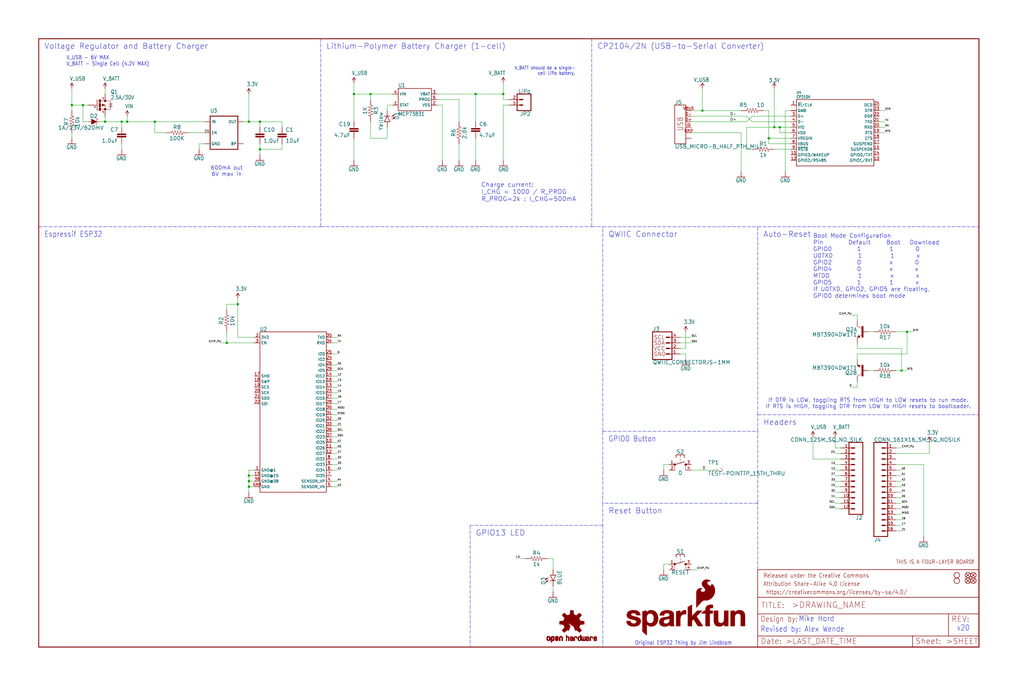
<source format=kicad_sch>
(kicad_sch (version 20211123) (generator eeschema)
  (paper "User" 470.306 317.906)
  (lib_symbols
    (symbol "schematicEagle-eagle-import:1.0UF-0402-16V-10%"
      (property "Reference" "C" (at 1.524 2.921 0))
      (property "Value" "1.0UF-0402-16V-10%" (at 1.524 -2.159 0))
      (symbol "1.0UF-0402-16V-10%_1_0"
        (pin passive line (at 0 5.08 270) (length 2.54) (name "1") (number "1"))
        (pin passive line (at 0 -2.54 90) (length 2.54) (name "2") (number "2"))
      )
    )
    (symbol "schematicEagle-eagle-import:1.0UF-0603-16V-10%-X7R"
      (property "Reference" "C" (at 1.524 2.921 0))
      (property "Value" "1.0UF-0603-16V-10%-X7R" (at 1.524 -2.159 0))
      (symbol "1.0UF-0603-16V-10%-X7R_1_0"
        (pin passive line (at 0 5.08 270) (length 2.54) (name "1") (number "1"))
        (pin passive line (at 0 -2.54 90) (length 2.54) (name "2") (number "2"))
      )
    )
    (symbol "schematicEagle-eagle-import:100KOHM-0402-1{slash}16W-1%"
      (property "Reference" "R" (at 0 1.524 0))
      (property "Value" "100KOHM-0402-1{slash}16W-1%" (at 0 -1.524 0))
      (symbol "100KOHM-0402-1{slash}16W-1%_1_0"
        (pin passive line (at -5.08 0 0) (length 2.54) (name "1") (number "1"))
        (pin passive line (at 5.08 0 180) (length 2.54) (name "2") (number "2"))
      )
    )
    (symbol "schematicEagle-eagle-import:10KOHM-0603-1{slash}10W-1%"
      (property "Reference" "R" (at 0 1.524 0))
      (property "Value" "10KOHM-0603-1{slash}10W-1%" (at 0 -1.524 0))
      (symbol "10KOHM-0603-1{slash}10W-1%_1_0"
        (pin passive line (at -5.08 0 0) (length 2.54) (name "1") (number "1"))
        (pin passive line (at 5.08 0 180) (length 2.54) (name "2") (number "2"))
      )
    )
    (symbol "schematicEagle-eagle-import:10OHM-0603-1{slash}10W-5%"
      (property "Reference" "R" (at 0 1.524 0))
      (property "Value" "10OHM-0603-1{slash}10W-5%" (at 0 -1.524 0))
      (symbol "10OHM-0603-1{slash}10W-5%_1_0"
        (pin passive line (at -5.08 0 0) (length 2.54) (name "1") (number "1"))
        (pin passive line (at 5.08 0 180) (length 2.54) (name "2") (number "2"))
      )
    )
    (symbol "schematicEagle-eagle-import:10UF-0603-6.3V-20%"
      (property "Reference" "C" (at 1.524 2.921 0))
      (property "Value" "10UF-0603-6.3V-20%" (at 1.524 -2.159 0))
      (symbol "10UF-0603-6.3V-20%_1_0"
        (pin passive line (at 0 5.08 270) (length 2.54) (name "1") (number "1"))
        (pin passive line (at 0 -2.54 90) (length 2.54) (name "2") (number "2"))
      )
    )
    (symbol "schematicEagle-eagle-import:1KOHM-0603-1{slash}10W-1%"
      (property "Reference" "R" (at 0 1.524 0))
      (property "Value" "1KOHM-0603-1{slash}10W-1%" (at 0 -1.524 0))
      (symbol "1KOHM-0603-1{slash}10W-1%_1_0"
        (pin passive line (at -5.08 0 0) (length 2.54) (name "1") (number "1"))
        (pin passive line (at 5.08 0 180) (length 2.54) (name "2") (number "2"))
      )
    )
    (symbol "schematicEagle-eagle-import:1KOHM-1{slash}10W-1%(0603)"
      (property "Reference" "R" (at 0 1.524 0))
      (property "Value" "1KOHM-1{slash}10W-1%(0603)" (at 0 -1.524 0))
      (symbol "1KOHM-1{slash}10W-1%(0603)_1_0"
        (pin passive line (at -5.08 0 0) (length 2.54) (name "1") (number "1"))
        (pin passive line (at 5.08 0 180) (length 2.54) (name "2") (number "2"))
      )
    )
    (symbol "schematicEagle-eagle-import:2.0KOHM1{slash}10W5%(0603)"
      (property "Reference" "R" (at 0 1.524 0))
      (property "Value" "2.0KOHM1{slash}10W5%(0603)" (at 0 -1.524 0))
      (symbol "2.0KOHM1{slash}10W5%(0603)_1_0"
        (pin passive line (at -5.08 0 0) (length 2.54) (name "1") (number "1"))
        (pin passive line (at 5.08 0 180) (length 2.54) (name "2") (number "2"))
      )
    )
    (symbol "schematicEagle-eagle-import:3.3V" (power)
      (property "Value" "3.3V" (at 0 2.794 0))
      (symbol "3.3V_1_0"
        (pin power_in line (at 0 0 90) (length 2.54) (name "3.3V") (number "1"))
      )
    )
    (symbol "schematicEagle-eagle-import:4.7UF0603"
      (property "Reference" "C" (at 1.524 2.921 0))
      (property "Value" "4.7UF0603" (at 1.524 -2.159 0))
      (symbol "4.7UF0603_1_0"
        (pin passive line (at 0 5.08 270) (length 2.54) (name "1") (number "1"))
        (pin passive line (at 0 -2.54 90) (length 2.54) (name "2") (number "2"))
      )
    )
    (symbol "schematicEagle-eagle-import:CONN_02-JST-2MM-SMT"
      (property "Reference" "J" (at -2.54 5.588 0))
      (property "Value" "CONN_02-JST-2MM-SMT" (at -2.54 -4.826 0))
      (symbol "CONN_02-JST-2MM-SMT_1_0"
        (pin passive line (at 7.62 2.54 180) (length 5.08) (name "2") (number "1"))
        (pin passive line (at 7.62 0 180) (length 5.08) (name "1") (number "2"))
      )
    )
    (symbol "schematicEagle-eagle-import:CONN_12SM_SQ_NO_SILK"
      (property "Reference" "J" (at 0 15.748 0))
      (property "Value" "CONN_12SM_SQ_NO_SILK" (at 0 -20.066 0))
      (symbol "CONN_12SM_SQ_NO_SILK_1_0"
        (pin passive line (at 10.16 -15.24 180) (length 5.08) (name "1") (number "1"))
        (pin passive line (at 10.16 7.62 180) (length 5.08) (name "10") (number "10"))
        (pin passive line (at 10.16 10.16 180) (length 5.08) (name "11") (number "11"))
        (pin passive line (at 10.16 12.7 180) (length 5.08) (name "12") (number "12"))
        (pin passive line (at 10.16 -12.7 180) (length 5.08) (name "2") (number "2"))
        (pin passive line (at 10.16 -10.16 180) (length 5.08) (name "3") (number "3"))
        (pin passive line (at 10.16 -7.62 180) (length 5.08) (name "4") (number "4"))
        (pin passive line (at 10.16 -5.08 180) (length 5.08) (name "5") (number "5"))
        (pin passive line (at 10.16 -2.54 180) (length 5.08) (name "6") (number "6"))
        (pin passive line (at 10.16 0 180) (length 5.08) (name "7") (number "7"))
        (pin passive line (at 10.16 2.54 180) (length 5.08) (name "8") (number "8"))
        (pin passive line (at 10.16 5.08 180) (length 5.08) (name "9") (number "9"))
      )
    )
    (symbol "schematicEagle-eagle-import:CONN_161X16_SM_SQ_NOSILK"
      (property "Reference" "J" (at 0 20.828 0))
      (property "Value" "CONN_161X16_SM_SQ_NOSILK" (at 0 -25.146 0))
      (symbol "CONN_161X16_SM_SQ_NOSILK_1_0"
        (pin passive line (at 10.16 -20.32 180) (length 5.08) (name "1") (number "1"))
        (pin passive line (at 10.16 2.54 180) (length 5.08) (name "10") (number "10"))
        (pin passive line (at 10.16 5.08 180) (length 5.08) (name "11") (number "11"))
        (pin passive line (at 10.16 7.62 180) (length 5.08) (name "12") (number "12"))
        (pin passive line (at 10.16 10.16 180) (length 5.08) (name "13") (number "13"))
        (pin passive line (at 10.16 12.7 180) (length 5.08) (name "14") (number "14"))
        (pin passive line (at 10.16 15.24 180) (length 5.08) (name "15") (number "15"))
        (pin passive line (at 10.16 17.78 180) (length 5.08) (name "16") (number "16"))
        (pin passive line (at 10.16 -17.78 180) (length 5.08) (name "2") (number "2"))
        (pin passive line (at 10.16 -15.24 180) (length 5.08) (name "3") (number "3"))
        (pin passive line (at 10.16 -12.7 180) (length 5.08) (name "4") (number "4"))
        (pin passive line (at 10.16 -10.16 180) (length 5.08) (name "5") (number "5"))
        (pin passive line (at 10.16 -7.62 180) (length 5.08) (name "6") (number "6"))
        (pin passive line (at 10.16 -5.08 180) (length 5.08) (name "7") (number "7"))
        (pin passive line (at 10.16 -2.54 180) (length 5.08) (name "8") (number "8"))
        (pin passive line (at 10.16 0 180) (length 5.08) (name "9") (number "9"))
      )
    )
    (symbol "schematicEagle-eagle-import:CP2102N"
      (property "Reference" "U" (at -17.78 17.78 0))
      (property "Value" "CP2102N" (at -17.78 15.748 0))
      (symbol "CP2102N_1_0"
        (pin bidirectional line (at -20.32 12.7 0) (length 2.54) (name "~{RI}/CLK") (number "1"))
        (pin bidirectional line (at -20.32 -10.16 0) (length 2.54) (name "GPIO3/WAKEUP") (number "11"))
        (pin bidirectional line (at -20.32 -12.7 0) (length 2.54) (name "GPIO2/RS485") (number "12"))
        (pin bidirectional line (at 20.32 -12.7 180) (length 2.54) (name "GPIO1/RXT") (number "13"))
        (pin bidirectional line (at 20.32 -10.16 180) (length 2.54) (name "GPIO0/TXT") (number "14"))
        (pin bidirectional line (at 20.32 -7.62 180) (length 2.54) (name "SUSPENDB") (number "15"))
        (pin bidirectional line (at 20.32 -5.08 180) (length 2.54) (name "SUSPEND") (number "17"))
        (pin bidirectional line (at 20.32 -2.54 180) (length 2.54) (name "CTS") (number "18"))
        (pin bidirectional line (at 20.32 0 180) (length 2.54) (name "RTS") (number "19"))
        (pin bidirectional line (at -20.32 10.16 0) (length 2.54) (name "GND") (number "2"))
        (pin bidirectional line (at 20.32 2.54 180) (length 2.54) (name "RXD") (number "20"))
        (pin bidirectional line (at 20.32 5.08 180) (length 2.54) (name "TXD") (number "21"))
        (pin bidirectional line (at 20.32 7.62 180) (length 2.54) (name "DSR") (number "22"))
        (pin bidirectional line (at 20.32 10.16 180) (length 2.54) (name "DTR") (number "23"))
        (pin bidirectional line (at 20.32 12.7 180) (length 2.54) (name "DCD") (number "24"))
        (pin bidirectional line (at -20.32 7.62 0) (length 2.54) (name "D+") (number "3"))
        (pin bidirectional line (at -20.32 5.08 0) (length 2.54) (name "D-") (number "4"))
        (pin bidirectional line (at -20.32 2.54 0) (length 2.54) (name "VIO") (number "5"))
        (pin bidirectional line (at -20.32 0 0) (length 2.54) (name "VDD") (number "6"))
        (pin bidirectional line (at -20.32 -2.54 0) (length 2.54) (name "VREGIN") (number "7"))
        (pin bidirectional line (at -20.32 -5.08 0) (length 2.54) (name "VBUS") (number "8"))
        (pin bidirectional line (at -20.32 -7.62 0) (length 2.54) (name "~{RSTB}") (number "9"))
        (pin bidirectional line (at -20.32 10.16 0) (length 2.54) (name "GND") (number "PAD"))
      )
    )
    (symbol "schematicEagle-eagle-import:DIODE-SCHOTTKY-BAT20J"
      (property "Reference" "D" (at -2.54 2.032 0))
      (property "Value" "DIODE-SCHOTTKY-BAT20J" (at -2.54 -2.032 0))
      (symbol "DIODE-SCHOTTKY-BAT20J_1_0"
        (pin passive line (at -2.54 0 0) (length 0) (name "A") (number "A"))
        (pin passive line (at 2.54 0 180) (length 0) (name "C") (number "C"))
      )
    )
    (symbol "schematicEagle-eagle-import:ESP-WROOM-32NARROW"
      (property "Reference" "U" (at -15.24 35.814 0))
      (property "Value" "ESP-WROOM-32NARROW" (at -15.24 -38.354 0))
      (symbol "ESP-WROOM-32NARROW_1_0"
        (pin bidirectional line (at -17.78 -27.94 0) (length 2.54) (name "GND@1") (number "1"))
        (pin bidirectional line (at 17.78 -15.24 180) (length 2.54) (name "IO25") (number "10"))
        (pin bidirectional line (at 17.78 -17.78 180) (length 2.54) (name "IO26") (number "11"))
        (pin bidirectional line (at 17.78 -20.32 180) (length 2.54) (name "IO27") (number "12"))
        (pin bidirectional line (at 17.78 10.16 180) (length 2.54) (name "IO14") (number "13"))
        (pin bidirectional line (at 17.78 15.24 180) (length 2.54) (name "IO12") (number "14"))
        (pin bidirectional line (at -17.78 -30.48 0) (length 2.54) (name "GND@15") (number "15"))
        (pin bidirectional line (at 17.78 12.7 180) (length 2.54) (name "IO13") (number "16"))
        (pin bidirectional line (at -17.78 15.24 0) (length 2.54) (name "SHD") (number "17"))
        (pin bidirectional line (at -17.78 12.7 0) (length 2.54) (name "SWP") (number "18"))
        (pin bidirectional line (at -17.78 10.16 0) (length 2.54) (name "SCS") (number "19"))
        (pin bidirectional line (at -17.78 33.02 0) (length 2.54) (name "3V3") (number "2"))
        (pin bidirectional line (at -17.78 7.62 0) (length 2.54) (name "SCK") (number "20"))
        (pin bidirectional line (at -17.78 5.08 0) (length 2.54) (name "SDO") (number "21"))
        (pin bidirectional line (at -17.78 2.54 0) (length 2.54) (name "SDI") (number "22"))
        (pin bidirectional line (at 17.78 7.62 180) (length 2.54) (name "IO15") (number "23"))
        (pin bidirectional line (at 17.78 22.86 180) (length 2.54) (name "IO2") (number "24"))
        (pin bidirectional line (at 17.78 25.4 180) (length 2.54) (name "IO0") (number "25"))
        (pin bidirectional line (at 17.78 20.32 180) (length 2.54) (name "IO4") (number "26"))
        (pin bidirectional line (at 17.78 5.08 180) (length 2.54) (name "IO16") (number "27"))
        (pin bidirectional line (at 17.78 2.54 180) (length 2.54) (name "IO17") (number "28"))
        (pin bidirectional line (at 17.78 17.78 180) (length 2.54) (name "IO5") (number "29"))
        (pin bidirectional line (at -17.78 30.48 0) (length 2.54) (name "EN") (number "3"))
        (pin bidirectional line (at 17.78 0 180) (length 2.54) (name "IO18") (number "30"))
        (pin bidirectional line (at 17.78 -2.54 180) (length 2.54) (name "IO19") (number "31"))
        (pin bidirectional line (at 17.78 -5.08 180) (length 2.54) (name "IO20") (number "32"))
        (pin bidirectional line (at 17.78 -7.62 180) (length 2.54) (name "IO21") (number "33"))
        (pin bidirectional line (at 17.78 30.48 180) (length 2.54) (name "RXD") (number "34"))
        (pin bidirectional line (at 17.78 33.02 180) (length 2.54) (name "TXD") (number "35"))
        (pin bidirectional line (at 17.78 -10.16 180) (length 2.54) (name "IO22") (number "36"))
        (pin bidirectional line (at 17.78 -12.7 180) (length 2.54) (name "IO23") (number "37"))
        (pin bidirectional line (at -17.78 -33.02 0) (length 2.54) (name "GND@38") (number "38"))
        (pin bidirectional line (at 17.78 -33.02 180) (length 2.54) (name "SENSOR_VP") (number "4"))
        (pin bidirectional line (at 17.78 -35.56 180) (length 2.54) (name "SENSOR_VN") (number "5"))
        (pin bidirectional line (at 17.78 -27.94 180) (length 2.54) (name "IO34") (number "6"))
        (pin bidirectional line (at 17.78 -30.48 180) (length 2.54) (name "IO35") (number "7"))
        (pin bidirectional line (at 17.78 -22.86 180) (length 2.54) (name "IO32") (number "8"))
        (pin bidirectional line (at 17.78 -25.4 180) (length 2.54) (name "IO33") (number "9"))
        (pin bidirectional line (at -17.78 -35.56 0) (length 2.54) (name "GND") (number "GND"))
      )
    )
    (symbol "schematicEagle-eagle-import:FIDUCIALUFIDUCIAL")
    (symbol "schematicEagle-eagle-import:FOUR_LAYER_WARNING"
      (symbol "FOUR_LAYER_WARNING_1_0"
        (text "THIS IS A FOUR-LAYER BOARD!" (at 0 0 0) (effects (font (size 1.778 1.5113)) (justify left bottom)))
      )
    )
    (symbol "schematicEagle-eagle-import:FRAME-LEDGER"
      (symbol "FRAME-LEDGER_2_0"
        (text " https://creativecommons.org/licenses/by-sa/4.0/" (at 2.54 24.13 0) (effects (font (size 1.9304 1.6408)) (justify left bottom)))
        (text ">DRAWING_NAME" (at 15.494 17.78 0) (effects (font (size 2.7432 2.7432)) (justify left bottom)))
        (text ">LAST_DATE_TIME" (at 12.7 1.27 0) (effects (font (size 2.54 2.54)) (justify left bottom)))
        (text ">SHEET" (at 86.36 1.27 0) (effects (font (size 2.54 2.54)) (justify left bottom)))
        (text "Attribution Share-Alike 4.0 License" (at 2.54 27.94 0) (effects (font (size 1.9304 1.6408)) (justify left bottom)))
        (text "Date:" (at 1.27 1.27 0) (effects (font (size 2.54 2.54)) (justify left bottom)))
        (text "Design by:" (at 1.27 11.43 0) (effects (font (size 2.54 2.159)) (justify left bottom)))
        (text "Released under the Creative Commons" (at 2.54 31.75 0) (effects (font (size 1.9304 1.6408)) (justify left bottom)))
        (text "REV:" (at 88.9 11.43 0) (effects (font (size 2.54 2.54)) (justify left bottom)))
        (text "Sheet:" (at 72.39 1.27 0) (effects (font (size 2.54 2.54)) (justify left bottom)))
        (text "TITLE:" (at 1.524 17.78 0) (effects (font (size 2.54 2.54)) (justify left bottom)))
      )
    )
    (symbol "schematicEagle-eagle-import:GND" (power)
      (property "Value" "GND" (at -2.54 -2.54 0))
      (symbol "GND_1_0"
        (pin power_in line (at 0 2.54 270) (length 2.54) (name "GND") (number "1"))
      )
    )
    (symbol "schematicEagle-eagle-import:LED-BLUE0603"
      (property "Reference" "D" (at -3.429 -4.572 90))
      (property "Value" "LED-BLUE0603" (at 1.905 -4.572 90))
      (symbol "LED-BLUE0603_1_0"
        (pin passive line (at 0 2.54 270) (length 2.54) (name "A") (number "A"))
        (pin passive line (at 0 -5.08 90) (length 2.54) (name "C") (number "C"))
      )
    )
    (symbol "schematicEagle-eagle-import:LED-YELLOW0603"
      (property "Reference" "D" (at -3.429 -4.572 90))
      (property "Value" "LED-YELLOW0603" (at 1.905 -4.572 90))
      (symbol "LED-YELLOW0603_1_0"
        (pin passive line (at 0 2.54 270) (length 2.54) (name "A") (number "A"))
        (pin passive line (at 0 -5.08 90) (length 2.54) (name "C") (number "C"))
      )
    )
    (symbol "schematicEagle-eagle-import:MCP73831"
      (property "Reference" "U" (at -7.62 5.588 0))
      (property "Value" "MCP73831" (at -7.62 -7.62 0))
      (symbol "MCP73831_1_0"
        (pin output line (at -10.16 -2.54 0) (length 2.54) (name "STAT") (number "1"))
        (pin power_in line (at 10.16 -2.54 180) (length 2.54) (name "VSS") (number "2"))
        (pin power_in line (at 10.16 2.54 180) (length 2.54) (name "VBAT") (number "3"))
        (pin power_in line (at -10.16 2.54 0) (length 2.54) (name "VIN") (number "4"))
        (pin input line (at 10.16 0 180) (length 2.54) (name "PROG") (number "5"))
      )
    )
    (symbol "schematicEagle-eagle-import:MOMENTARY-SWITCH-SPST-2-SMD-4.6X2.8MM"
      (property "Reference" "S" (at 0 4.826 0))
      (property "Value" "MOMENTARY-SWITCH-SPST-2-SMD-4.6X2.8MM" (at 0 -2.794 0))
      (symbol "MOMENTARY-SWITCH-SPST-2-SMD-4.6X2.8MM_1_0"
        (pin passive line (at -5.08 0 0) (length 2.54) (name "1") (number "1"))
        (pin passive line (at -5.08 -2.54 0) (length 2.54) (name "2") (number "2"))
        (pin passive line (at 5.08 0 180) (length 2.54) (name "3") (number "3"))
        (pin passive line (at 5.08 -2.54 180) (length 2.54) (name "4") (number "4"))
      )
    )
    (symbol "schematicEagle-eagle-import:MOSFET-PCHANNELDMG2307L"
      (property "Reference" "Q" (at 5.08 2.54 0))
      (property "Value" "MOSFET-PCHANNELDMG2307L" (at 5.08 0 0))
      (symbol "MOSFET-PCHANNELDMG2307L_1_0"
        (text "D" (at -1.27 2.54 0) (effects (font (size 0.8128 0.6908)) (justify left bottom)))
        (text "G" (at -5.08 -1.27 0) (effects (font (size 0.8128 0.6908)) (justify left bottom)))
        (text "S" (at -1.27 -3.556 0) (effects (font (size 0.8128 0.6908)) (justify left bottom)))
        (pin passive line (at -7.62 0 0) (length 2.54) (name "G") (number "1"))
        (pin passive line (at 0 -5.08 90) (length 2.54) (name "S") (number "2"))
        (pin passive line (at 0 5.08 270) (length 2.54) (name "D") (number "3"))
      )
    )
    (symbol "schematicEagle-eagle-import:OSHW-LOGOMINI")
    (symbol "schematicEagle-eagle-import:QWIIC_CONNECTORJS-1MM"
      (property "Reference" "J" (at -5.08 7.874 0))
      (property "Value" "QWIIC_CONNECTORJS-1MM" (at -5.08 -5.334 0))
      (symbol "QWIIC_CONNECTORJS-1MM_1_0"
        (text "GND" (at -4.572 -2.54 0) (effects (font (size 1.778 1.778)) (justify left)))
        (text "SCL" (at -4.572 5.08 0) (effects (font (size 1.778 1.778)) (justify left)))
        (text "SDA" (at -4.572 2.54 0) (effects (font (size 1.778 1.778)) (justify left)))
        (text "VCC" (at -4.572 0 0) (effects (font (size 1.778 1.778)) (justify left)))
        (pin power_in line (at 7.62 -2.54 180) (length 5.08) (name "1") (number "1"))
        (pin power_in line (at 7.62 0 180) (length 5.08) (name "2") (number "2"))
        (pin passive line (at 7.62 2.54 180) (length 5.08) (name "3") (number "3"))
        (pin passive line (at 7.62 5.08 180) (length 5.08) (name "4") (number "4"))
      )
    )
    (symbol "schematicEagle-eagle-import:SFE_LOGO_FLAME.1_INCH")
    (symbol "schematicEagle-eagle-import:SFE_LOGO_NAME_FLAME.1_INCH")
    (symbol "schematicEagle-eagle-import:STAND-OFFTIGHT")
    (symbol "schematicEagle-eagle-import:TEST-POINTTP_15TH_THRU"
      (property "Reference" "TP" (at -2.54 2.54 0))
      (property "Value" "TEST-POINTTP_15TH_THRU" (at -2.54 -2.54 0))
      (symbol "TEST-POINTTP_15TH_THRU_1_0"
        (pin bidirectional line (at 0 0 180) (length 0) (name "1") (number "P$1"))
      )
    )
    (symbol "schematicEagle-eagle-import:TRANS_NPN_DUAL-MBT3904DW1T1"
      (property "Reference" "Q" (at 2.54 0 0))
      (property "Value" "TRANS_NPN_DUAL-MBT3904DW1T1" (at 2.54 -2.286 0))
      (symbol "TRANS_NPN_DUAL-MBT3904DW1T1_1_0"
        (pin passive line (at 2.54 5.08 270) (length 2.54) (name "C") (number "3"))
        (pin passive line (at 2.54 -5.08 90) (length 2.54) (name "E") (number "4"))
        (pin passive line (at -2.54 0 0) (length 2.54) (name "B") (number "5"))
      )
      (symbol "TRANS_NPN_DUAL-MBT3904DW1T1_2_0"
        (pin passive line (at 2.54 -5.08 90) (length 2.54) (name "E") (number "1"))
        (pin passive line (at -2.54 0 0) (length 2.54) (name "B") (number "2"))
        (pin passive line (at 2.54 5.08 270) (length 2.54) (name "C") (number "6"))
      )
    )
    (symbol "schematicEagle-eagle-import:USB_MICRO-B_HALF_PTH_MILL"
      (property "Reference" "J" (at -2.54 10.414 0))
      (property "Value" "USB_MICRO-B_HALF_PTH_MILL" (at -2.54 -9.906 0))
      (symbol "USB_MICRO-B_HALF_PTH_MILL_1_0"
        (text "USB" (at 0 1.524 900) (effects (font (size 2.54 2.159))))
        (pin bidirectional line (at 5.08 2.54 180) (length 2.54) (name "D+") (number "D+"))
        (pin bidirectional line (at 5.08 5.08 180) (length 2.54) (name "D-") (number "D-"))
        (pin power_in line (at 5.08 -2.54 180) (length 2.54) (name "GND") (number "GND"))
        (pin bidirectional line (at 5.08 0 180) (length 2.54) (name "ID") (number "ID"))
        (pin bidirectional line (at 5.08 -5.08 180) (length 2.54) (name "SHIELD") (number "SHIELD"))
        (pin bidirectional line (at 5.08 -5.08 180) (length 2.54) (name "SHIELD") (number "SHIELD10"))
        (pin bidirectional line (at 5.08 -5.08 180) (length 2.54) (name "SHIELD") (number "SHIELD2"))
        (pin bidirectional line (at 5.08 -5.08 180) (length 2.54) (name "SHIELD") (number "SHIELD3"))
        (pin bidirectional line (at 5.08 -5.08 180) (length 2.54) (name "SHIELD") (number "SHIELD4"))
        (pin bidirectional line (at 5.08 -5.08 180) (length 2.54) (name "SHIELD") (number "SHIELD5"))
        (pin bidirectional line (at 5.08 -5.08 180) (length 2.54) (name "SHIELD") (number "SHIELD6"))
        (pin bidirectional line (at 5.08 -5.08 180) (length 2.54) (name "SHIELD") (number "SHIELD7"))
        (pin bidirectional line (at 5.08 -5.08 180) (length 2.54) (name "SHIELD") (number "SHIELD8"))
        (pin bidirectional line (at 5.08 -5.08 180) (length 2.54) (name "SHIELD") (number "SHIELD9"))
        (pin power_in line (at 5.08 7.62 180) (length 2.54) (name "VBUS") (number "VBUS"))
      )
    )
    (symbol "schematicEagle-eagle-import:VIN" (power)
      (property "Value" "VIN" (at -1.016 3.556 0))
      (symbol "VIN_1_0"
        (pin power_in line (at 0 0 90) (length 2.54) (name "VIN") (number "1"))
      )
    )
    (symbol "schematicEagle-eagle-import:V_BATT" (power)
      (property "Value" "V_BATT" (at -1.016 3.556 0))
      (symbol "V_BATT_1_0"
        (pin power_in line (at 0 0 90) (length 2.54) (name "V_BATT") (number "1"))
      )
    )
    (symbol "schematicEagle-eagle-import:V_REG_LDOSMD"
      (property "Reference" "U" (at -7.62 9.144 0))
      (property "Value" "V_REG_LDOSMD" (at -7.62 -11.43 0))
      (symbol "V_REG_LDOSMD_1_0"
        (pin input line (at -10.16 5.08 0) (length 2.54) (name "IN") (number "1"))
        (pin input line (at -10.16 -5.08 0) (length 2.54) (name "GND") (number "2"))
        (pin input line (at -10.16 0 0) (length 2.54) (name "EN") (number "3"))
        (pin input line (at 7.62 -5.08 180) (length 2.54) (name "BP") (number "4"))
        (pin passive line (at 7.62 5.08 180) (length 2.54) (name "OUT") (number "5"))
      )
    )
    (symbol "schematicEagle-eagle-import:V_USB" (power)
      (property "Value" "V_USB" (at -1.016 3.556 0))
      (symbol "V_USB_1_0"
        (pin power_in line (at 0 0 90) (length 2.54) (name "V_USB") (number "1"))
      )
    )
  )
  (junction (at 416.56 152.4))
  (junction (at 114.3 223.52))
  (junction (at 48.26 55.88))
  (junction (at 104.14 157.48))
  (junction (at 71.12 55.88))
  (junction (at 353.06 63.5))
  (junction (at 170.18 43.18))
  (junction (at 109.22 139.7))
  (junction (at 231.14 43.18))
  (junction (at 358.14 58.42))
  (junction (at 33.02 48.26))
  (junction (at 162.56 43.18))
  (junction (at 322.58 50.8))
  (junction (at 119.38 68.58))
  (junction (at 114.3 220.98))
  (junction (at 218.44 43.18))
  (junction (at 58.42 55.88))
  (junction (at 355.6 58.42))
  (junction (at 114.3 55.88))
  (junction (at 55.88 55.88))
  (junction (at 114.3 218.44))
  (junction (at 119.38 55.88))
  (junction (at 38.1 48.26))
  (junction (at 414.02 170.18))
  (wire (pts (xy 170.18 43.18) (xy 162.56 43.18)))
  (wire (pts (xy 71.12 60.96) (xy 71.12 55.88)))
  (wire (pts (xy 152.4 220.98) (xy 154.94 220.98)))
  (wire (pts (xy 360.68 50.8) (xy 363.22 50.8)))
  (wire (pts (xy 116.84 218.44) (xy 114.3 218.44)))
  (polyline (pts (xy 147.32 17.78) (xy 147.32 104.14)))
  (wire (pts (xy 403.86 60.96) (xy 406.4 60.96)))
  (wire (pts (xy 91.44 66.04) (xy 91.44 68.58)))
  (wire (pts (xy 411.48 215.9) (xy 414.02 215.9)))
  (wire (pts (xy 355.6 68.58) (xy 363.22 68.58)))
  (wire (pts (xy 180.34 43.18) (xy 170.18 43.18)))
  (polyline (pts (xy 276.86 241.3) (xy 276.86 297.18)))
  (wire (pts (xy 218.44 55.88) (xy 218.44 43.18)))
  (wire (pts (xy 426.72 208.28) (xy 426.72 203.2)))
  (wire (pts (xy 152.4 175.26) (xy 154.94 175.26)))
  (wire (pts (xy 45.72 55.88) (xy 48.26 55.88)))
  (wire (pts (xy 119.38 68.58) (xy 119.38 66.04)))
  (wire (pts (xy 358.14 60.96) (xy 358.14 58.42)))
  (wire (pts (xy 231.14 45.72) (xy 231.14 43.18)))
  (wire (pts (xy 38.1 48.26) (xy 33.02 48.26)))
  (wire (pts (xy 411.48 241.3) (xy 414.02 241.3)))
  (wire (pts (xy 162.56 73.66) (xy 162.56 63.5)))
  (wire (pts (xy 386.08 215.9) (xy 383.54 215.9)))
  (wire (pts (xy 116.84 223.52) (xy 114.3 223.52)))
  (wire (pts (xy 411.48 243.84) (xy 414.02 243.84)))
  (wire (pts (xy 363.22 66.04) (xy 353.06 66.04)))
  (polyline (pts (xy 17.78 104.14) (xy 147.32 104.14)))
  (wire (pts (xy 424.18 213.36) (xy 424.18 246.38)))
  (wire (pts (xy 411.48 218.44) (xy 414.02 218.44)))
  (wire (pts (xy 152.4 157.48) (xy 154.94 157.48)))
  (polyline (pts (xy 347.98 104.14) (xy 449.58 104.14)))
  (polyline (pts (xy 347.98 198.12) (xy 347.98 190.5)))
  (wire (pts (xy 152.4 180.34) (xy 154.94 180.34)))
  (wire (pts (xy 129.54 68.58) (xy 129.54 66.04)))
  (wire (pts (xy 416.56 162.56) (xy 416.56 152.4)))
  (wire (pts (xy 386.08 205.74) (xy 383.54 205.74)))
  (wire (pts (xy 411.48 231.14) (xy 414.02 231.14)))
  (wire (pts (xy 152.4 198.12) (xy 154.94 198.12)))
  (wire (pts (xy 177.8 48.26) (xy 177.8 50.8)))
  (wire (pts (xy 55.88 55.88) (xy 58.42 55.88)))
  (wire (pts (xy 152.4 215.9) (xy 154.94 215.9)))
  (wire (pts (xy 416.56 152.4) (xy 419.1 152.4)))
  (wire (pts (xy 342.9 53.34) (xy 317.5 53.34)))
  (polyline (pts (xy 347.98 231.14) (xy 347.98 198.12)))
  (wire (pts (xy 33.02 50.8) (xy 33.02 48.26)))
  (wire (pts (xy 55.88 58.42) (xy 55.88 55.88)))
  (polyline (pts (xy 347.98 231.14) (xy 276.86 231.14)))
  (wire (pts (xy 93.98 55.88) (xy 71.12 55.88)))
  (polyline (pts (xy 276.86 198.12) (xy 347.98 198.12)))
  (wire (pts (xy 152.4 213.36) (xy 154.94 213.36)))
  (polyline (pts (xy 276.86 198.12) (xy 276.86 104.14)))
  (wire (pts (xy 203.2 48.26) (xy 203.2 73.66)))
  (wire (pts (xy 114.3 223.52) (xy 114.3 226.06)))
  (wire (pts (xy 386.08 231.14) (xy 383.54 231.14)))
  (wire (pts (xy 177.8 63.5) (xy 170.18 63.5)))
  (wire (pts (xy 403.86 55.88) (xy 406.4 55.88)))
  (wire (pts (xy 152.4 162.56) (xy 154.94 162.56)))
  (wire (pts (xy 152.4 177.8) (xy 154.94 177.8)))
  (wire (pts (xy 152.4 187.96) (xy 154.94 187.96)))
  (wire (pts (xy 386.08 223.52) (xy 383.54 223.52)))
  (wire (pts (xy 373.38 210.82) (xy 373.38 200.66)))
  (wire (pts (xy 152.4 167.64) (xy 154.94 167.64)))
  (wire (pts (xy 393.7 147.32) (xy 393.7 144.78)))
  (wire (pts (xy 304.8 213.36) (xy 304.8 215.9)))
  (wire (pts (xy 104.14 157.48) (xy 101.6 157.48)))
  (wire (pts (xy 411.48 213.36) (xy 424.18 213.36)))
  (wire (pts (xy 411.48 152.4) (xy 416.56 152.4)))
  (polyline (pts (xy 276.86 198.12) (xy 276.86 231.14)))
  (wire (pts (xy 231.14 45.72) (xy 233.68 45.72)))
  (wire (pts (xy 401.32 170.18) (xy 398.78 170.18)))
  (wire (pts (xy 71.12 55.88) (xy 58.42 55.88)))
  (wire (pts (xy 355.6 58.42) (xy 358.14 58.42)))
  (wire (pts (xy 254 256.54) (xy 251.46 256.54)))
  (wire (pts (xy 355.6 40.64) (xy 355.6 58.42)))
  (wire (pts (xy 386.08 233.68) (xy 383.54 233.68)))
  (polyline (pts (xy 271.78 17.78) (xy 271.78 104.14)))
  (wire (pts (xy 353.06 63.5) (xy 363.22 63.5)))
  (wire (pts (xy 210.82 66.04) (xy 210.82 73.66)))
  (wire (pts (xy 162.56 43.18) (xy 162.56 55.88)))
  (wire (pts (xy 312.42 162.56) (xy 314.96 162.56)))
  (polyline (pts (xy 271.78 104.14) (xy 276.86 104.14)))
  (wire (pts (xy 119.38 55.88) (xy 119.38 58.42)))
  (wire (pts (xy 231.14 48.26) (xy 231.14 73.66)))
  (wire (pts (xy 210.82 45.72) (xy 210.82 55.88)))
  (wire (pts (xy 109.22 137.16) (xy 109.22 139.7)))
  (polyline (pts (xy 276.86 104.14) (xy 347.98 104.14)))
  (wire (pts (xy 104.14 157.48) (xy 104.14 152.4)))
  (wire (pts (xy 358.14 58.42) (xy 363.22 58.42)))
  (wire (pts (xy 314.96 162.56) (xy 314.96 165.1)))
  (wire (pts (xy 307.34 213.36) (xy 304.8 213.36)))
  (wire (pts (xy 152.4 193.04) (xy 154.94 193.04)))
  (wire (pts (xy 116.84 215.9) (xy 114.3 215.9)))
  (wire (pts (xy 411.48 220.98) (xy 414.02 220.98)))
  (wire (pts (xy 114.3 218.44) (xy 114.3 220.98)))
  (wire (pts (xy 152.4 195.58) (xy 154.94 195.58)))
  (wire (pts (xy 403.86 58.42) (xy 406.4 58.42)))
  (wire (pts (xy 360.68 78.74) (xy 360.68 50.8)))
  (wire (pts (xy 340.36 60.96) (xy 340.36 78.74)))
  (wire (pts (xy 218.44 43.18) (xy 200.66 43.18)))
  (wire (pts (xy 231.14 43.18) (xy 218.44 43.18)))
  (wire (pts (xy 345.44 53.34) (xy 363.22 53.34)))
  (wire (pts (xy 411.48 208.28) (xy 426.72 208.28)))
  (wire (pts (xy 342.9 53.34) (xy 345.44 55.88)))
  (wire (pts (xy 350.52 50.8) (xy 353.06 50.8)))
  (wire (pts (xy 414.02 170.18) (xy 414.02 160.02)))
  (wire (pts (xy 93.98 66.04) (xy 91.44 66.04)))
  (wire (pts (xy 86.36 60.96) (xy 93.98 60.96)))
  (wire (pts (xy 304.8 259.08) (xy 304.8 261.62)))
  (wire (pts (xy 414.02 160.02) (xy 393.7 160.02)))
  (wire (pts (xy 152.4 200.66) (xy 154.94 200.66)))
  (wire (pts (xy 48.26 40.64) (xy 48.26 43.18)))
  (wire (pts (xy 393.7 165.1) (xy 393.7 162.56)))
  (wire (pts (xy 152.4 182.88) (xy 154.94 182.88)))
  (wire (pts (xy 33.02 40.64) (xy 33.02 48.26)))
  (wire (pts (xy 109.22 154.94) (xy 116.84 154.94)))
  (wire (pts (xy 152.4 154.94) (xy 154.94 154.94)))
  (wire (pts (xy 386.08 226.06) (xy 383.54 226.06)))
  (wire (pts (xy 411.48 233.68) (xy 414.02 233.68)))
  (wire (pts (xy 386.08 210.82) (xy 373.38 210.82)))
  (wire (pts (xy 414.02 170.18) (xy 416.56 170.18)))
  (wire (pts (xy 114.3 55.88) (xy 119.38 55.88)))
  (wire (pts (xy 170.18 63.5) (xy 170.18 55.88)))
  (wire (pts (xy 152.4 208.28) (xy 154.94 208.28)))
  (wire (pts (xy 114.3 215.9) (xy 114.3 218.44)))
  (wire (pts (xy 340.36 50.8) (xy 322.58 50.8)))
  (wire (pts (xy 152.4 210.82) (xy 154.94 210.82)))
  (wire (pts (xy 116.84 220.98) (xy 114.3 220.98)))
  (wire (pts (xy 152.4 205.74) (xy 154.94 205.74)))
  (wire (pts (xy 177.8 48.26) (xy 180.34 48.26)))
  (polyline (pts (xy 347.98 190.5) (xy 347.98 104.14)))
  (wire (pts (xy 342.9 68.58) (xy 342.9 58.42)))
  (wire (pts (xy 353.06 50.8) (xy 353.06 63.5)))
  (wire (pts (xy 104.14 139.7) (xy 104.14 142.24)))
  (wire (pts (xy 231.14 43.18) (xy 231.14 38.1)))
  (wire (pts (xy 342.9 55.88) (xy 317.5 55.88)))
  (wire (pts (xy 345.44 68.58) (xy 342.9 68.58)))
  (wire (pts (xy 411.48 226.06) (xy 414.02 226.06)))
  (polyline (pts (xy 276.86 241.3) (xy 215.9 241.3)))
  (wire (pts (xy 345.44 55.88) (xy 363.22 55.88)))
  (wire (pts (xy 254 261.62) (xy 254 256.54)))
  (wire (pts (xy 48.26 53.34) (xy 48.26 55.88)))
  (wire (pts (xy 411.48 170.18) (xy 414.02 170.18)))
  (wire (pts (xy 386.08 218.44) (xy 383.54 218.44)))
  (wire (pts (xy 312.42 154.94) (xy 317.5 154.94)))
  (wire (pts (xy 200.66 45.72) (xy 210.82 45.72)))
  (wire (pts (xy 114.3 220.98) (xy 114.3 223.52)))
  (wire (pts (xy 411.48 205.74) (xy 414.02 205.74)))
  (wire (pts (xy 129.54 55.88) (xy 129.54 58.42)))
  (wire (pts (xy 119.38 68.58) (xy 129.54 68.58)))
  (wire (pts (xy 38.1 48.26) (xy 38.1 55.88)))
  (wire (pts (xy 48.26 55.88) (xy 55.88 55.88)))
  (wire (pts (xy 386.08 228.6) (xy 383.54 228.6)))
  (wire (pts (xy 58.42 55.88) (xy 58.42 53.34)))
  (wire (pts (xy 40.64 48.26) (xy 38.1 48.26)))
  (wire (pts (xy 393.7 160.02) (xy 393.7 157.48)))
  (wire (pts (xy 322.58 50.8) (xy 317.5 50.8)))
  (polyline (pts (xy 347.98 190.5) (xy 449.58 190.5)))
  (wire (pts (xy 386.08 213.36) (xy 383.54 213.36)))
  (polyline (pts (xy 276.86 231.14) (xy 276.86 241.3)))
  (wire (pts (xy 411.48 238.76) (xy 414.02 238.76)))
  (wire (pts (xy 152.4 190.5) (xy 154.94 190.5)))
  (wire (pts (xy 109.22 139.7) (xy 109.22 154.94)))
  (wire (pts (xy 152.4 172.72) (xy 154.94 172.72)))
  (wire (pts (xy 200.66 48.26) (xy 203.2 48.26)))
  (wire (pts (xy 401.32 152.4) (xy 398.78 152.4)))
  (polyline (pts (xy 215.9 241.3) (xy 215.9 297.18)))
  (wire (pts (xy 218.44 73.66) (xy 218.44 63.5)))
  (wire (pts (xy 254 271.78) (xy 254 269.24)))
  (wire (pts (xy 152.4 185.42) (xy 154.94 185.42)))
  (wire (pts (xy 111.76 55.88) (xy 114.3 55.88)))
  (wire (pts (xy 307.34 259.08) (xy 304.8 259.08)))
  (wire (pts (xy 177.8 58.42) (xy 177.8 63.5)))
  (wire (pts (xy 393.7 162.56) (xy 416.56 162.56)))
  (wire (pts (xy 152.4 203.2) (xy 154.94 203.2)))
  (wire (pts (xy 411.48 223.52) (xy 414.02 223.52)))
  (wire (pts (xy 317.5 60.96) (xy 340.36 60.96)))
  (wire (pts (xy 317.5 215.9) (xy 327.66 215.9)))
  (wire (pts (xy 241.3 256.54) (xy 238.76 256.54)))
  (wire (pts (xy 312.42 160.02) (xy 314.96 160.02)))
  (wire (pts (xy 386.08 208.28) (xy 383.54 208.28)))
  (wire (pts (xy 162.56 43.18) (xy 162.56 38.1)))
  (wire (pts (xy 322.58 50.8) (xy 322.58 40.64)))
  (wire (pts (xy 55.88 66.04) (xy 55.88 68.58)))
  (wire (pts (xy 411.48 236.22) (xy 414.02 236.22)))
  (wire (pts (xy 119.38 71.12) (xy 119.38 68.58)))
  (wire (pts (xy 152.4 223.52) (xy 154.94 223.52)))
  (polyline (pts (xy 347.98 261.62) (xy 347.98 231.14)))
  (wire (pts (xy 393.7 144.78) (xy 391.16 144.78)))
  (wire (pts (xy 119.38 55.88) (xy 129.54 55.88)))
  (wire (pts (xy 342.9 58.42) (xy 355.6 58.42)))
  (wire (pts (xy 342.9 55.88) (xy 345.44 53.34)))
  (wire (pts (xy 38.1 55.88) (xy 40.64 55.88)))
  (wire (pts (xy 152.4 170.18) (xy 154.94 170.18)))
  (wire (pts (xy 411.48 228.6) (xy 414.02 228.6)))
  (wire (pts (xy 76.2 60.96) (xy 71.12 60.96)))
  (wire (pts (xy 114.3 55.88) (xy 114.3 43.18)))
  (wire (pts (xy 170.18 45.72) (xy 170.18 43.18)))
  (wire (pts (xy 393.7 177.8) (xy 391.16 177.8)))
  (wire (pts (xy 403.86 50.8) (xy 406.4 50.8)))
  (wire (pts (xy 363.22 60.96) (xy 358.14 60.96)))
  (wire (pts (xy 353.06 66.04) (xy 353.06 63.5)))
  (wire (pts (xy 231.14 48.26) (xy 233.68 48.26)))
  (wire (pts (xy 312.42 157.48) (xy 317.5 157.48)))
  (wire (pts (xy 383.54 205.74) (xy 383.54 200.66)))
  (wire (pts (xy 314.96 160.02) (xy 314.96 152.4)))
  (polyline (pts (xy 147.32 104.14) (xy 271.78 104.14)))
  (wire (pts (xy 33.02 63.5) (xy 33.02 60.96)))
  (wire (pts (xy 386.08 220.98) (xy 383.54 220.98)))
  (wire (pts (xy 393.7 177.8) (xy 393.7 175.26)))
  (wire (pts (xy 109.22 139.7) (xy 104.14 139.7)))
  (wire (pts (xy 317.5 261.62) (xy 320.04 261.62)))
  (wire (pts (xy 116.84 157.48) (xy 104.14 157.48)))
  (text "Auto-Reset" (at 350.52 109.22 180) (effects (font (size 2.54 2.54)) (justify left bottom)))
  (text "CP2104/2N (USB-to-Serial Converter)" (at 274.32 22.86 180) (effects (font (size 2.54 2.54)) (justify left bottom)))
  (text "Boot Mode Configuration\nPin        Default     Boot   Download\nGPIO0        1         1       0\nU0TXD        1         1       x\nGPIO2        0         x       0\nGPIO4        0         x       x\nMTDO         1         x       x\nGPIO5        1         1       x\nIf U0TXD, GPIO2, GPIO5 are floating,\nGPIO0 determines boot mode" (at 373.38 137.16 0) (effects (font (size 1.905 1.905)) (justify left bottom)))
  (text "Charge current:\nI_CHG = 1000 / R_PROG\nR_PROG=2k : I_CHG=500mA" (at 220.98 83.82 0) (effects (font (size 2.032 2.032)) (justify left top)))
  (text "Reset Button" (at 279.4 236.22 180) (effects (font (size 2.54 2.54)) (justify left bottom)))
  (text "Mike Hord" (at 366.776 285.75 180) (effects (font (size 2.54 2.159)) (justify left bottom)))
  (text "If DTR is LOW, toggling RTS from HIGH to LOW resets to run mode.\nIf RTS is HIGH, toggling DTR from LOW to HIGH resets to bootloader." (at 398.78 182.88 0) (effects (font (size 1.778 1.778)) (justify top)))
  (text "QWIIC Connector" (at 279.4 109.22 180) (effects (font (size 2.54 2.54)) (justify left bottom)))
  (text "Lithium-Polymer Battery Charger (1-cell)" (at 149.86 22.86 180) (effects (font (size 2.54 2.54)) (justify left bottom)))
  (text "GPIO13 LED" (at 218.44 246.38 180) (effects (font (size 2.54 2.54)) (justify left bottom)))
  (text "v20" (at 439.42 287.02 180) (effects (font (size 2.54 2.159)) (justify left top)))
  (text "Voltage Regulator and Battery Charger" (at 20.32 22.86 180) (effects (font (size 2.54 2.54)) (justify left bottom)))
  (text "V_USB - 6V MAX\nV_BATT - Single Cell (4.2V MAX)" (at 30.48 30.48 180) (effects (font (size 1.778 1.5113)) (justify left bottom)))
  (text "Espressif ESP32" (at 20.32 109.22 180) (effects (font (size 2.54 2.159)) (justify left bottom)))
  (text "600mA out\n6V max in" (at 104.14 76.2 180) (effects (font (size 1.778 1.778)) (justify top)))
  (text "Headers" (at 350.52 195.58 180) (effects (font (size 2.54 2.54)) (justify left bottom)))
  (text "Original ESP32 Thing by Jim Lindblom" (at 291.592 296.418 180) (effects (font (size 1.778 1.5113)) (justify left bottom)))
  (text "V_BATT should be a single-\ncell LiPo battery." (at 264.16 30.48 180) (effects (font (size 1.524 1.2954)) (justify right top)))
  (text "GPIO0 Button" (at 279.4 203.2 180) (effects (font (size 2.54 2.159)) (justify left bottom)))
  (text "Revised by: Alex Wende" (at 349.25 290.576 180) (effects (font (size 2.54 2.159)) (justify left bottom)))
  (label "SDA" (at 154.94 200.66 0) (effects (font (size 0.889 0.889))))
  (label "MISO" (at 414.02 236.22 0) (effects (font (size 0.889 0.889))))
  (label "20" (at 154.94 193.04 0) (effects (font (size 0.889 0.889))))
  (label "A2" (at 154.94 215.9 0) (effects (font (size 0.889 0.889))))
  (label "A0" (at 414.02 215.9 0) (effects (font (size 0.889 0.889))))
  (label "EN" (at 93.98 60.96 0) (effects (font (size 1.016 1.016))))
  (label "14" (at 383.54 228.6 180) (effects (font (size 0.889 0.889))))
  (label "CHIP_PU" (at 320.04 261.62 0) (effects (font (size 0.889 0.889))))
  (label "CHIP_PU" (at 414.02 205.74 0) (effects (font (size 0.889 0.889))))
  (label "CHIP_PU" (at 391.16 144.78 180) (effects (font (size 0.889 0.889))))
  (label "A4" (at 154.94 220.98 0) (effects (font (size 0.889 0.889))))
  (label "DTR" (at 406.4 50.8 0) (effects (font (size 0.889 0.889))))
  (label "32" (at 154.94 210.82 0) (effects (font (size 0.889 0.889))))
  (label "21" (at 154.94 195.58 0) (effects (font (size 0.889 0.889))))
  (label "TX" (at 406.4 55.88 0) (effects (font (size 0.889 0.889))))
  (label "32" (at 383.54 226.06 180) (effects (font (size 0.889 0.889))))
  (label "17" (at 414.02 241.3 0) (effects (font (size 0.889 0.889))))
  (label "14" (at 154.94 177.8 0) (effects (font (size 0.889 0.889))))
  (label "DTR" (at 419.1 152.4 0) (effects (font (size 0.889 0.889))))
  (label "0" (at 154.94 162.56 0) (effects (font (size 0.889 0.889))))
  (label "D+" (at 335.28 55.88 0) (effects (font (size 1.2446 1.2446))))
  (label "12" (at 383.54 215.9 180) (effects (font (size 0.889 0.889))))
  (label "RTS" (at 416.56 170.18 0) (effects (font (size 0.889 0.889))))
  (label "12" (at 154.94 172.72 0) (effects (font (size 0.889 0.889))))
  (label "13" (at 383.54 213.36 180) (effects (font (size 0.889 0.889))))
  (label "A5" (at 414.02 228.6 0) (effects (font (size 0.889 0.889))))
  (label "13" (at 154.94 175.26 0) (effects (font (size 0.889 0.889))))
  (label "CHIP_PU" (at 101.6 157.48 180) (effects (font (size 0.889 0.889))))
  (label "A2" (at 414.02 220.98 0) (effects (font (size 0.889 0.889))))
  (label "RX" (at 154.94 154.94 0) (effects (font (size 0.889 0.889))))
  (label "A5" (at 154.94 167.64 0) (effects (font (size 0.889 0.889))))
  (label "27" (at 154.94 208.28 0) (effects (font (size 0.889 0.889))))
  (label "RTS" (at 406.4 60.96 0) (effects (font (size 0.889 0.889))))
  (label "15" (at 154.94 180.34 0) (effects (font (size 0.889 0.889))))
  (label "SDA" (at 383.54 233.68 180) (effects (font (size 0.889 0.889))))
  (label "0" (at 322.58 215.9 0) (effects (font (size 1.2446 1.2446))))
  (label "RX" (at 406.4 58.42 0) (effects (font (size 0.889 0.889))))
  (label "21" (at 414.02 243.84 0) (effects (font (size 0.889 0.889))))
  (label "SCL" (at 383.54 231.14 180) (effects (font (size 0.889 0.889))))
  (label "D-" (at 335.28 53.34 0) (effects (font (size 1.2446 1.2446))))
  (label "0" (at 391.16 177.8 180) (effects (font (size 0.889 0.889))))
  (label "TX" (at 154.94 157.48 0) (effects (font (size 0.889 0.889))))
  (label "33" (at 383.54 220.98 180) (effects (font (size 0.889 0.889))))
  (label "A3" (at 154.94 223.52 0) (effects (font (size 0.889 0.889))))
  (label "16" (at 414.02 238.76 0) (effects (font (size 0.889 0.889))))
  (label "MOSI" (at 154.94 187.96 0) (effects (font (size 0.889 0.889))))
  (label "17" (at 154.94 185.42 0) (effects (font (size 0.889 0.889))))
  (label "16" (at 154.94 182.88 0) (effects (font (size 0.889 0.889))))
  (label "A4" (at 414.02 226.06 0) (effects (font (size 0.889 0.889))))
  (label "EN" (at 383.54 208.28 180) (effects (font (size 0.889 0.889))))
  (label "MISO" (at 154.94 190.5 0) (effects (font (size 0.889 0.889))))
  (label "27" (at 383.54 218.44 180) (effects (font (size 0.889 0.889))))
  (label "15" (at 383.54 223.52 180) (effects (font (size 0.889 0.889))))
  (label "SCL" (at 154.94 198.12 0) (effects (font (size 0.889 0.889))))
  (label "SCL" (at 317.5 154.94 0) (effects (font (size 0.889 0.889))))
  (label "33" (at 154.94 213.36 0) (effects (font (size 0.889 0.889))))
  (label "SCK" (at 414.02 231.14 0) (effects (font (size 0.889 0.889))))
  (label "A1" (at 414.02 218.44 0) (effects (font (size 0.889 0.889))))
  (label "13" (at 238.76 256.54 180) (effects (font (size 0.889 0.889))))
  (label "A1" (at 154.94 203.2 0) (effects (font (size 0.889 0.889))))
  (label "SDA" (at 317.5 157.48 0) (effects (font (size 0.889 0.889))))
  (label "A0" (at 154.94 205.74 0) (effects (font (size 0.889 0.889))))
  (label "MOSI" (at 414.02 233.68 0) (effects (font (size 0.889 0.889))))
  (label "A3" (at 414.02 223.52 0) (effects (font (size 0.889 0.889))))
  (label "SCK" (at 154.94 170.18 0) (effects (font (size 0.889 0.889))))
  (symbol (lib_id "schematicEagle-eagle-import:V_REG_LDOSMD") (at 104.14 60.96 0) (unit 1)
    (property "Reference" "U3" (at 96.52 51.816 0) (effects (font (size 1.778 1.5113)) (justify left bottom)))
    (property "Value" "AP2112K-3.3V" (at 96.52 72.39 0) (effects (font (size 1.778 1.5113)) (justify left bottom)))
    (property "Footprint" "schematicEagle:SOT23-5" (effects hide))
    (property "Value" "AP2112K-3.3V" (effects hide))
  )
  (symbol (lib_id "schematicEagle-eagle-import:3.3V") (at 114.3 43.18 0) (unit 1)
    (property "Reference" "#SUPPLY8" (effects hide))
    (property "Value" "3.3V" (at 113.284 39.624 0) (effects (font (size 1.778 1.5113)) (justify left bottom)))
    (property "Footprint" "schematicEagle:" (effects hide))
  )
  (symbol (lib_id "schematicEagle-eagle-import:GND") (at 119.38 73.66 0) (unit 1)
    (property "Reference" "#GND21" (effects hide))
    (property "Value" "GND" (at 116.84 76.2 0) (effects (font (size 1.778 1.5113)) (justify left bottom)))
    (property "Footprint" "schematicEagle:" (effects hide))
  )
  (symbol (lib_id "schematicEagle-eagle-import:TRANS_NPN_DUAL-MBT3904DW1T1") (at 396.24 170.18 180) (unit 2)
    (property "Reference" "Q2" (at 393.7 170.18 0) (effects (font (size 1.778 1.778)) (justify left bottom)))
    (property "Value" "MBT3904DW1T1" (at 393.7 167.894 0) (effects (font (size 1.778 1.778)) (justify left bottom)))
    (property "Footprint" "schematicEagle:SC70-6" (effects hide))
  )
  (symbol (lib_id "schematicEagle-eagle-import:10KOHM-0603-1{slash}10W-1%") (at 104.14 147.32 90) (unit 1)
    (property "Reference" "R2" (at 102.616 147.32 0) (effects (font (size 1.778 1.778)) (justify bottom)))
    (property "Value" "10k" (at 105.664 147.32 0) (effects (font (size 1.778 1.778)) (justify top)))
    (property "Footprint" "schematicEagle:0603" (effects hide))
  )
  (symbol (lib_id "schematicEagle-eagle-import:STAND-OFFTIGHT") (at 439.42 266.7 0) (unit 1)
    (property "Reference" "H2" (effects hide))
    (property "Value" "STAND-OFFTIGHT" (effects hide))
    (property "Footprint" "schematicEagle:STAND-OFF-TIGHT" (effects hide))
  )
  (symbol (lib_id "schematicEagle-eagle-import:LED-BLUE0603") (at 254 264.16 0) (unit 1)
    (property "Reference" "D3" (at 250.571 268.732 90) (effects (font (size 1.778 1.778)) (justify left bottom)))
    (property "Value" "BLUE" (at 255.905 268.732 90) (effects (font (size 1.778 1.778)) (justify left top)))
    (property "Footprint" "schematicEagle:LED-0603" (effects hide))
  )
  (symbol (lib_id "schematicEagle-eagle-import:10KOHM-0603-1{slash}10W-1%") (at 406.4 152.4 180) (unit 1)
    (property "Reference" "R17" (at 406.4 153.924 0) (effects (font (size 1.778 1.778)) (justify bottom)))
    (property "Value" "10k" (at 406.4 150.876 0) (effects (font (size 1.778 1.778)) (justify top)))
    (property "Footprint" "schematicEagle:0603" (effects hide))
  )
  (symbol (lib_id "schematicEagle-eagle-import:GND") (at 231.14 76.2 0) (mirror y) (unit 1)
    (property "Reference" "#GND4" (effects hide))
    (property "Value" "GND" (at 233.68 78.74 0) (effects (font (size 1.778 1.5113)) (justify left bottom)))
    (property "Footprint" "schematicEagle:" (effects hide))
  )
  (symbol (lib_id "schematicEagle-eagle-import:GND") (at 162.56 76.2 0) (unit 1)
    (property "Reference" "#GND41" (effects hide))
    (property "Value" "GND" (at 160.02 78.74 0) (effects (font (size 1.778 1.5113)) (justify left bottom)))
    (property "Footprint" "schematicEagle:" (effects hide))
  )
  (symbol (lib_id "schematicEagle-eagle-import:FOUR_LAYER_WARNING") (at 411.48 259.08 0) (unit 1)
    (property "Reference" "LOGO4" (effects hide))
    (property "Value" "FOUR_LAYER_WARNING" (effects hide))
    (property "Footprint" "schematicEagle:FOUR_LAYER_WARNING" (effects hide))
  )
  (symbol (lib_id "schematicEagle-eagle-import:V_BATT") (at 383.54 200.66 0) (unit 1)
    (property "Reference" "#SUPPLY3" (effects hide))
    (property "Value" "V_BATT" (at 382.524 197.104 0) (effects (font (size 1.778 1.5113)) (justify left bottom)))
    (property "Footprint" "schematicEagle:" (effects hide))
  )
  (symbol (lib_id "schematicEagle-eagle-import:GND") (at 55.88 71.12 0) (unit 1)
    (property "Reference" "#GND14" (effects hide))
    (property "Value" "GND" (at 53.34 73.66 0) (effects (font (size 1.778 1.5113)) (justify left bottom)))
    (property "Footprint" "schematicEagle:" (effects hide))
  )
  (symbol (lib_id "schematicEagle-eagle-import:1.0UF-0402-16V-10%") (at 119.38 63.5 0) (unit 1)
    (property "Reference" "C10" (at 120.904 60.579 0) (effects (font (size 1.778 1.778)) (justify left bottom)))
    (property "Value" "1.0uF" (at 120.904 65.659 0) (effects (font (size 1.778 1.778)) (justify left bottom)))
    (property "Footprint" "schematicEagle:0402" (effects hide))
  )
  (symbol (lib_id "schematicEagle-eagle-import:1KOHM-1{slash}10W-1%(0603)") (at 170.18 50.8 270) (unit 1)
    (property "Reference" "R3" (at 171.704 50.8 0) (effects (font (size 1.778 1.778)) (justify bottom)))
    (property "Value" "1K" (at 168.656 50.8 0) (effects (font (size 1.778 1.778)) (justify top)))
    (property "Footprint" "schematicEagle:0603" (effects hide))
  )
  (symbol (lib_id "schematicEagle-eagle-import:SFE_LOGO_FLAME.1_INCH") (at 319.532 279.4 0) (unit 1)
    (property "Reference" "LOGO1" (effects hide))
    (property "Value" "SFE_LOGO_FLAME.1_INCH" (effects hide))
    (property "Footprint" "schematicEagle:SFE_LOGO_FLAME_.1" (effects hide))
  )
  (symbol (lib_id "schematicEagle-eagle-import:FIDUCIALUFIDUCIAL") (at 444.5 266.7 0) (unit 1)
    (property "Reference" "FD3" (effects hide))
    (property "Value" "FIDUCIALUFIDUCIAL" (effects hide))
    (property "Footprint" "schematicEagle:FIDUCIAL-MICRO" (effects hide))
  )
  (symbol (lib_id "schematicEagle-eagle-import:GND") (at 114.3 228.6 0) (unit 1)
    (property "Reference" "#GND3" (effects hide))
    (property "Value" "GND" (at 111.76 231.14 0) (effects (font (size 1.778 1.5113)) (justify left bottom)))
    (property "Footprint" "schematicEagle:" (effects hide))
  )
  (symbol (lib_id "schematicEagle-eagle-import:GND") (at 254 274.32 0) (unit 1)
    (property "Reference" "#GND5" (effects hide))
    (property "Value" "GND" (at 251.46 276.86 0) (effects (font (size 1.778 1.5113)) (justify left bottom)))
    (property "Footprint" "schematicEagle:" (effects hide))
  )
  (symbol (lib_id "schematicEagle-eagle-import:4.7UF0603") (at 218.44 60.96 0) (unit 1)
    (property "Reference" "C6" (at 219.964 58.039 0) (effects (font (size 1.778 1.778)) (justify left bottom)))
    (property "Value" "4.7uF" (at 219.964 63.119 0) (effects (font (size 1.778 1.778)) (justify left bottom)))
    (property "Footprint" "schematicEagle:0603" (effects hide))
  )
  (symbol (lib_id "schematicEagle-eagle-import:GND") (at 360.68 81.28 0) (unit 1)
    (property "Reference" "#GND7" (effects hide))
    (property "Value" "GND" (at 358.14 83.82 0) (effects (font (size 1.778 1.5113)) (justify left bottom)))
    (property "Footprint" "schematicEagle:" (effects hide))
  )
  (symbol (lib_id "schematicEagle-eagle-import:CONN_12SM_SQ_NO_SILK") (at 396.24 220.98 180) (unit 1)
    (property "Reference" "J2" (at 396.24 236.728 0) (effects (font (size 1.778 1.778)) (justify left bottom)))
    (property "Value" "CONN_12SM_SQ_NO_SILK" (at 396.24 200.914 0) (effects (font (size 1.778 1.778)) (justify left bottom)))
    (property "Footprint" "schematicEagle:1X12_SM_SQ_NOSILK" (effects hide))
  )
  (symbol (lib_id "schematicEagle-eagle-import:USB_MICRO-B_HALF_PTH_MILL") (at 312.42 58.42 0) (unit 1)
    (property "Reference" "J5" (at 309.88 48.006 0) (effects (font (size 1.778 1.778)) (justify left bottom)))
    (property "Value" "USB_MICRO-B_HALF_PTH_MILL" (at 309.88 68.326 0) (effects (font (size 1.778 1.778)) (justify left bottom)))
    (property "Footprint" "schematicEagle:USB-MICROB-PTH-MILL" (effects hide))
  )
  (symbol (lib_id "schematicEagle-eagle-import:GND") (at 314.96 167.64 0) (unit 1)
    (property "Reference" "#GND6" (effects hide))
    (property "Value" "GND" (at 312.42 170.18 0) (effects (font (size 1.778 1.5113)) (justify left bottom)))
    (property "Footprint" "schematicEagle:" (effects hide))
  )
  (symbol (lib_id "schematicEagle-eagle-import:GND") (at 203.2 76.2 0) (unit 1)
    (property "Reference" "#GND9" (effects hide))
    (property "Value" "GND" (at 200.66 78.74 0) (effects (font (size 1.778 1.5113)) (justify left bottom)))
    (property "Footprint" "schematicEagle:" (effects hide))
  )
  (symbol (lib_id "schematicEagle-eagle-import:CONN_02-JST-2MM-SMT") (at 241.3 45.72 180) (unit 1)
    (property "Reference" "JP2" (at 243.84 51.308 0) (effects (font (size 1.778 1.778)) (justify left bottom)))
    (property "Value" "LiPo" (at 243.84 40.894 0) (effects (font (size 1.778 1.778)) (justify left bottom)))
    (property "Footprint" "schematicEagle:JST-2-SMD" (effects hide))
  )
  (symbol (lib_id "schematicEagle-eagle-import:SFE_LOGO_NAME_FLAME.1_INCH") (at 287.02 292.1 0) (unit 1)
    (property "Reference" "LOGO3" (effects hide))
    (property "Value" "SFE_LOGO_NAME_FLAME.1_INCH" (effects hide))
    (property "Footprint" "schematicEagle:SFE_LOGO_NAME_FLAME_.1" (effects hide))
  )
  (symbol (lib_id "schematicEagle-eagle-import:10UF-0603-6.3V-20%") (at 129.54 63.5 0) (unit 1)
    (property "Reference" "C1" (at 131.064 60.579 0) (effects (font (size 1.778 1.778)) (justify left bottom)))
    (property "Value" "10uF" (at 131.064 65.659 0) (effects (font (size 1.778 1.778)) (justify left bottom)))
    (property "Footprint" "schematicEagle:0603" (effects hide))
  )
  (symbol (lib_id "schematicEagle-eagle-import:MOMENTARY-SWITCH-SPST-2-SMD-4.6X2.8MM") (at 312.42 213.36 0) (unit 1)
    (property "Reference" "S2" (at 312.42 208.534 0) (effects (font (size 1.778 1.778)) (justify bottom)))
    (property "Value" "0" (at 312.42 216.154 0) (effects (font (size 1.778 1.778)) (justify top)))
    (property "Footprint" "schematicEagle:TACTILE_SWITCH_SMD_4.6X2.8MM" (effects hide))
  )
  (symbol (lib_id "schematicEagle-eagle-import:MCP73831") (at 190.5 45.72 0) (unit 1)
    (property "Reference" "U1" (at 182.88 40.132 0) (effects (font (size 1.778 1.5113)) (justify left bottom)))
    (property "Value" "MCP73831" (at 182.88 53.34 0) (effects (font (size 1.778 1.5113)) (justify left bottom)))
    (property "Footprint" "schematicEagle:SOT23-5" (effects hide))
  )
  (symbol (lib_id "schematicEagle-eagle-import:100KOHM-0402-1{slash}16W-1%") (at 81.28 60.96 0) (unit 1)
    (property "Reference" "R8" (at 81.28 59.436 0) (effects (font (size 1.778 1.778)) (justify bottom)))
    (property "Value" "100K" (at 81.28 62.484 0) (effects (font (size 1.778 1.778)) (justify top)))
    (property "Footprint" "schematicEagle:0402" (effects hide))
  )
  (symbol (lib_id "schematicEagle-eagle-import:V_BATT") (at 48.26 40.64 0) (unit 1)
    (property "Reference" "#SUPPLY27" (effects hide))
    (property "Value" "V_BATT" (at 47.244 37.084 0) (effects (font (size 1.778 1.5113)) (justify left bottom)))
    (property "Footprint" "schematicEagle:" (effects hide))
  )
  (symbol (lib_id "schematicEagle-eagle-import:GND") (at 218.44 76.2 0) (unit 1)
    (property "Reference" "#GND12" (effects hide))
    (property "Value" "GND" (at 215.9 78.74 0) (effects (font (size 1.778 1.5113)) (justify left bottom)))
    (property "Footprint" "schematicEagle:" (effects hide))
  )
  (symbol (lib_id "schematicEagle-eagle-import:1.0UF-0603-16V-10%-X7R") (at 55.88 63.5 0) (mirror y) (unit 1)
    (property "Reference" "C7" (at 54.356 60.579 0) (effects (font (size 1.778 1.778)) (justify left bottom)))
    (property "Value" "1.0uF" (at 54.356 65.659 0) (effects (font (size 1.778 1.778)) (justify left bottom)))
    (property "Footprint" "schematicEagle:0603" (effects hide))
  )
  (symbol (lib_id "schematicEagle-eagle-import:FRAME-LEDGER") (at 17.78 297.18 0) (unit 1)
    (property "Reference" "FRAME1" (effects hide))
    (property "Value" "FRAME-LEDGER" (effects hide))
    (property "Footprint" "schematicEagle:CREATIVE_COMMONS" (effects hide))
  )
  (symbol (lib_id "schematicEagle-eagle-import:2.0KOHM1{slash}10W5%(0603)") (at 210.82 60.96 90) (unit 1)
    (property "Reference" "R6" (at 209.296 60.96 0) (effects (font (size 1.778 1.778)) (justify bottom)))
    (property "Value" "2.0k" (at 212.344 60.96 0) (effects (font (size 1.778 1.778)) (justify top)))
    (property "Footprint" "schematicEagle:0603" (effects hide))
  )
  (symbol (lib_id "schematicEagle-eagle-import:MOSFET-PCHANNELDMG2307L") (at 48.26 48.26 0) (unit 1)
    (property "Reference" "Q1" (at 50.8 43.18 0) (effects (font (size 1.778 1.5113)) (justify left bottom)))
    (property "Value" "2.5A/30V" (at 50.8 45.72 0) (effects (font (size 1.778 1.5113)) (justify left bottom)))
    (property "Footprint" "schematicEagle:SOT23-3@1" (effects hide))
  )
  (symbol (lib_id "schematicEagle-eagle-import:1KOHM-0603-1{slash}10W-1%") (at 246.38 256.54 0) (unit 1)
    (property "Reference" "R4" (at 246.38 255.016 0) (effects (font (size 1.778 1.778)) (justify bottom)))
    (property "Value" "1k" (at 246.38 258.064 0) (effects (font (size 1.778 1.778)) (justify top)))
    (property "Footprint" "schematicEagle:0603" (effects hide))
  )
  (symbol (lib_id "schematicEagle-eagle-import:OSHW-LOGOMINI") (at 262.636 286.004 0) (unit 1)
    (property "Reference" "LOGO2" (effects hide))
    (property "Value" "OSHW-LOGOMINI" (effects hide))
    (property "Footprint" "schematicEagle:OSHW-LOGO-MINI" (effects hide))
  )
  (symbol (lib_id "schematicEagle-eagle-import:QWIIC_CONNECTORJS-1MM") (at 304.8 160.02 0) (unit 1)
    (property "Reference" "J3" (at 299.72 152.146 0) (effects (font (size 1.778 1.778)) (justify left bottom)))
    (property "Value" "QWIIC_CONNECTORJS-1MM" (at 299.72 165.354 0) (effects (font (size 1.778 1.778)) (justify left top)))
    (property "Footprint" "schematicEagle:1X04_1MM_RA" (effects hide))
  )
  (symbol (lib_id "schematicEagle-eagle-import:FIDUCIALUFIDUCIAL") (at 447.04 266.7 0) (unit 1)
    (property "Reference" "FD4" (effects hide))
    (property "Value" "FIDUCIALUFIDUCIAL" (effects hide))
    (property "Footprint" "schematicEagle:FIDUCIAL-MICRO" (effects hide))
  )
  (symbol (lib_id "schematicEagle-eagle-import:V_USB") (at 162.56 38.1 0) (unit 1)
    (property "Reference" "#SUPPLY23" (effects hide))
    (property "Value" "V_USB" (at 161.544 34.544 0) (effects (font (size 1.778 1.5113)) (justify left bottom)))
    (property "Footprint" "schematicEagle:" (effects hide))
  )
  (symbol (lib_id "schematicEagle-eagle-import:MOMENTARY-SWITCH-SPST-2-SMD-4.6X2.8MM") (at 312.42 259.08 0) (unit 1)
    (property "Reference" "S1" (at 312.42 254.254 0) (effects (font (size 1.778 1.778)) (justify bottom)))
    (property "Value" "RESET" (at 312.42 261.874 0) (effects (font (size 1.778 1.778)) (justify top)))
    (property "Footprint" "schematicEagle:TACTILE_SWITCH_SMD_4.6X2.8MM" (effects hide))
  )
  (symbol (lib_id "schematicEagle-eagle-import:3.3V") (at 109.22 137.16 0) (unit 1)
    (property "Reference" "#SUPPLY6" (effects hide))
    (property "Value" "3.3V" (at 108.204 133.604 0) (effects (font (size 1.778 1.5113)) (justify left bottom)))
    (property "Footprint" "schematicEagle:" (effects hide))
  )
  (symbol (lib_id "schematicEagle-eagle-import:FRAME-LEDGER") (at 347.98 297.18 0) (unit 2)
    (property "Reference" "FRAME1" (effects hide))
    (property "Value" "FRAME-LEDGER" (effects hide))
    (property "Footprint" "schematicEagle:CREATIVE_COMMONS" (effects hide))
  )
  (symbol (lib_id "schematicEagle-eagle-import:GND") (at 304.8 218.44 0) (unit 1)
    (property "Reference" "#GND10" (effects hide))
    (property "Value" "GND" (at 302.26 220.98 0) (effects (font (size 1.778 1.5113)) (justify left bottom)))
    (property "Footprint" "schematicEagle:" (effects hide))
  )
  (symbol (lib_id "schematicEagle-eagle-import:FIDUCIALUFIDUCIAL") (at 447.04 264.16 0) (unit 1)
    (property "Reference" "FD1" (effects hide))
    (property "Value" "FIDUCIALUFIDUCIAL" (effects hide))
    (property "Footprint" "schematicEagle:FIDUCIAL-MICRO" (effects hide))
  )
  (symbol (lib_id "schematicEagle-eagle-import:CP2102N") (at 383.54 60.96 0) (unit 1)
    (property "Reference" "U4" (at 365.76 43.18 0) (effects (font (size 1.27 1.0795)) (justify left bottom)))
    (property "Value" "CP210X" (at 365.76 45.212 0) (effects (font (size 1.27 1.0795)) (justify left bottom)))
    (property "Footprint" "schematicEagle:QFN24" (effects hide))
  )
  (symbol (lib_id "schematicEagle-eagle-import:GND") (at 91.44 71.12 0) (unit 1)
    (property "Reference" "#GND15" (effects hide))
    (property "Value" "GND" (at 88.9 73.66 0) (effects (font (size 1.778 1.5113)) (justify left bottom)))
    (property "Footprint" "schematicEagle:" (effects hide))
  )
  (symbol (lib_id "schematicEagle-eagle-import:TRANS_NPN_DUAL-MBT3904DW1T1") (at 396.24 152.4 0) (mirror y) (unit 1)
    (property "Reference" "Q2" (at 393.7 152.4 0) (effects (font (size 1.778 1.778)) (justify left bottom)))
    (property "Value" "MBT3904DW1T1" (at 393.7 154.686 0) (effects (font (size 1.778 1.778)) (justify left bottom)))
    (property "Footprint" "schematicEagle:SC70-6" (effects hide))
  )
  (symbol (lib_id "schematicEagle-eagle-import:VIN") (at 58.42 53.34 0) (unit 1)
    (property "Reference" "#SUPPLY7" (effects hide))
    (property "Value" "VIN" (at 57.404 49.784 0) (effects (font (size 1.778 1.5113)) (justify left bottom)))
    (property "Footprint" "schematicEagle:" (effects hide))
  )
  (symbol (lib_id "schematicEagle-eagle-import:1KOHM-0603-1{slash}10W-1%") (at 350.52 68.58 0) (unit 1)
    (property "Reference" "R1" (at 350.52 67.056 0) (effects (font (size 1.778 1.778)) (justify bottom)))
    (property "Value" "1k" (at 350.52 70.104 0) (effects (font (size 1.778 1.778)) (justify top)))
    (property "Footprint" "schematicEagle:0603" (effects hide))
  )
  (symbol (lib_id "schematicEagle-eagle-import:GND") (at 340.36 81.28 0) (unit 1)
    (property "Reference" "#GND26" (effects hide))
    (property "Value" "GND" (at 337.82 83.82 0) (effects (font (size 1.778 1.5113)) (justify left bottom)))
    (property "Footprint" "schematicEagle:" (effects hide))
  )
  (symbol (lib_id "schematicEagle-eagle-import:4.7UF0603") (at 162.56 60.96 0) (mirror y) (unit 1)
    (property "Reference" "C19" (at 161.036 58.039 0) (effects (font (size 1.778 1.778)) (justify left bottom)))
    (property "Value" "4.7uF" (at 161.036 63.119 0) (effects (font (size 1.778 1.778)) (justify left bottom)))
    (property "Footprint" "schematicEagle:0603" (effects hide))
  )
  (symbol (lib_id "schematicEagle-eagle-import:GND") (at 304.8 264.16 0) (unit 1)
    (property "Reference" "#GND1" (effects hide))
    (property "Value" "GND" (at 302.26 266.7 0) (effects (font (size 1.778 1.5113)) (justify left bottom)))
    (property "Footprint" "schematicEagle:" (effects hide))
  )
  (symbol (lib_id "schematicEagle-eagle-import:FIDUCIALUFIDUCIAL") (at 444.5 264.16 0) (unit 1)
    (property "Reference" "FD2" (effects hide))
    (property "Value" "FIDUCIALUFIDUCIAL" (effects hide))
    (property "Footprint" "schematicEagle:FIDUCIAL-MICRO" (effects hide))
  )
  (symbol (lib_id "schematicEagle-eagle-import:3.3V") (at 355.6 40.64 0) (unit 1)
    (property "Reference" "#SUPPLY9" (effects hide))
    (property "Value" "3.3V" (at 355.6 37.846 0) (effects (font (size 1.778 1.5113)) (justify bottom)))
    (property "Footprint" "schematicEagle:" (effects hide))
  )
  (symbol (lib_id "schematicEagle-eagle-import:STAND-OFFTIGHT") (at 439.42 264.16 0) (unit 1)
    (property "Reference" "H1" (effects hide))
    (property "Value" "STAND-OFFTIGHT" (effects hide))
    (property "Footprint" "schematicEagle:STAND-OFF-TIGHT" (effects hide))
  )
  (symbol (lib_id "schematicEagle-eagle-import:ESP-WROOM-32NARROW") (at 134.62 187.96 0) (unit 1)
    (property "Reference" "U2" (at 119.38 152.146 0) (effects (font (size 1.778 1.5113)) (justify left bottom)))
    (property "Value" "ESP-WROOM-32NARROW" (at 119.38 226.314 0) (effects (font (size 1.778 1.5113)) (justify left top)))
    (property "Footprint" "schematicEagle:ESP-WROOM-32-NARROW" (effects hide))
    (property "Value" "ESP-WROOM-32NARROW" (effects hide))
  )
  (symbol (lib_id "schematicEagle-eagle-import:10OHM-0603-1{slash}10W-5%") (at 345.44 50.8 0) (unit 1)
    (property "Reference" "R5" (at 341.376 49.276 0) (effects (font (size 1.778 1.778)) (justify bottom)))
    (property "Value" "10" (at 349.25 49.276 0) (effects (font (size 1.778 1.778)) (justify bottom)))
    (property "Footprint" "schematicEagle:0603" (effects hide))
  )
  (symbol (lib_id "schematicEagle-eagle-import:LED-YELLOW0603") (at 177.8 55.88 180) (unit 1)
    (property "Reference" "D1" (at 181.229 51.308 90) (effects (font (size 1.778 1.778)) (justify left bottom)))
    (property "Value" "Yellow" (at 175.895 51.308 90) (effects (font (size 1.778 1.778)) (justify left top)))
    (property "Footprint" "schematicEagle:LED-0603" (effects hide))
  )
  (symbol (lib_id "schematicEagle-eagle-import:3.3V") (at 426.72 203.2 0) (unit 1)
    (property "Reference" "#SUPPLY5" (effects hide))
    (property "Value" "3.3V" (at 425.704 199.644 0) (effects (font (size 1.778 1.5113)) (justify left bottom)))
    (property "Footprint" "schematicEagle:" (effects hide))
  )
  (symbol (lib_id "schematicEagle-eagle-import:10KOHM-0603-1{slash}10W-1%") (at 406.4 170.18 180) (unit 1)
    (property "Reference" "R18" (at 406.4 171.704 0) (effects (font (size 1.778 1.778)) (justify bottom)))
    (property "Value" "10k" (at 406.4 168.656 0) (effects (font (size 1.778 1.778)) (justify top)))
    (property "Footprint" "schematicEagle:0603" (effects hide))
  )
  (symbol (lib_id "schematicEagle-eagle-import:GND") (at 424.18 248.92 0) (unit 1)
    (property "Reference" "#GND2" (effects hide))
    (property "Value" "GND" (at 421.64 251.46 0) (effects (font (size 1.778 1.5113)) (justify left bottom)))
    (property "Footprint" "schematicEagle:" (effects hide))
  )
  (symbol (lib_id "schematicEagle-eagle-import:GND") (at 210.82 76.2 0) (unit 1)
    (property "Reference" "#GND11" (effects hide))
    (property "Value" "GND" (at 208.28 78.74 0) (effects (font (size 1.778 1.5113)) (justify left bottom)))
    (property "Footprint" "schematicEagle:" (effects hide))
  )
  (symbol (lib_id "schematicEagle-eagle-import:V_USB") (at 322.58 40.64 0) (unit 1)
    (property "Reference" "#SUPPLY14" (effects hide))
    (property "Value" "V_USB" (at 318.516 37.592 0) (effects (font (size 1.778 1.5113)) (justify left bottom)))
    (property "Footprint" "schematicEagle:" (effects hide))
  )
  (symbol (lib_id "schematicEagle-eagle-import:GND") (at 33.02 66.04 0) (unit 1)
    (property "Reference" "#GND13" (effects hide))
    (property "Value" "GND" (at 30.48 68.58 0) (effects (font (size 1.778 1.5113)) (justify left bottom)))
    (property "Footprint" "schematicEagle:" (effects hide))
  )
  (symbol (lib_id "schematicEagle-eagle-import:TEST-POINTTP_15TH_THRU") (at 327.66 215.9 0) (unit 1)
    (property "Reference" "TP1" (at 325.12 213.36 0) (effects (font (size 1.778 1.778)) (justify left bottom)))
    (property "Value" "TEST-POINTTP_15TH_THRU" (at 325.12 218.44 0) (effects (font (size 1.778 1.778)) (justify left bottom)))
    (property "Footprint" "schematicEagle:TP_15TH" (effects hide))
  )
  (symbol (lib_id "schematicEagle-eagle-import:V_BATT") (at 231.14 38.1 0) (mirror y) (unit 1)
    (property "Reference" "#SUPPLY25" (effects hide))
    (property "Value" "V_BATT" (at 232.156 34.544 0) (effects (font (size 1.778 1.5113)) (justify left bottom)))
    (property "Footprint" "schematicEagle:" (effects hide))
  )
  (symbol (lib_id "schematicEagle-eagle-import:10KOHM-0603-1{slash}10W-1%") (at 33.02 55.88 90) (unit 1)
    (property "Reference" "R7" (at 31.496 55.88 0) (effects (font (size 1.778 1.778)) (justify bottom)))
    (property "Value" "10k" (at 34.544 55.88 0) (effects (font (size 1.778 1.778)) (justify top)))
    (property "Footprint" "schematicEagle:0603" (effects hide))
  )
  (symbol (lib_id "schematicEagle-eagle-import:V_USB") (at 33.02 40.64 0) (unit 1)
    (property "Reference" "#SUPPLY22" (effects hide))
    (property "Value" "V_USB" (at 32.004 37.084 0) (effects (font (size 1.778 1.5113)) (justify left bottom)))
    (property "Footprint" "schematicEagle:" (effects hide))
  )
  (symbol (lib_id "schematicEagle-eagle-import:V_USB") (at 373.38 200.66 0) (unit 1)
    (property "Reference" "#SUPPLY4" (effects hide))
    (property "Value" "V_USB" (at 372.364 197.104 0) (effects (font (size 1.778 1.5113)) (justify left bottom)))
    (property "Footprint" "schematicEagle:" (effects hide))
  )
  (symbol (lib_id "schematicEagle-eagle-import:DIODE-SCHOTTKY-BAT20J") (at 43.18 55.88 0) (unit 1)
    (property "Reference" "D2" (at 44.958 52.2986 0) (effects (font (size 1.778 1.778)) (justify right top)))
    (property "Value" "1A/23V/620mV" (at 47.752 57.6326 0) (effects (font (size 1.778 1.778)) (justify right top)))
    (property "Footprint" "schematicEagle:SOD-323" (effects hide))
  )
  (symbol (lib_id "schematicEagle-eagle-import:CONN_161X16_SM_SQ_NOSILK") (at 401.32 226.06 0) (mirror x) (unit 1)
    (property "Reference" "J4" (at 401.32 246.888 0) (effects (font (size 1.778 1.778)) (justify left bottom)))
    (property "Value" "CONN_161X16_SM_SQ_NOSILK" (at 401.32 200.914 0) (effects (font (size 1.778 1.778)) (justify left bottom)))
    (property "Footprint" "schematicEagle:1X16_SM_SQ_NOSILK" (effects hide))
  )
  (symbol (lib_id "schematicEagle-eagle-import:3.3V") (at 314.96 152.4 0) (unit 1)
    (property "Reference" "#SUPPLY1" (effects hide))
    (property "Value" "3.3V" (at 313.944 148.844 0) (effects (font (size 1.778 1.5113)) (justify left bottom)))
    (property "Footprint" "schematicEagle:" (effects hide))
  )
)
</source>
